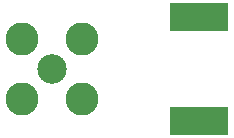
<source format=gbs>
G04 #@! TF.FileFunction,Soldermask,Bot*
%FSLAX46Y46*%
G04 Gerber Fmt 4.6, Leading zero omitted, Abs format (unit mm)*
G04 Created by KiCad (PCBNEW 4.1.0-alpha+201605071002+6776~44~ubuntu14.04.1-product) date Sun 29 May 2016 22:00:10 BST*
%MOMM*%
%LPD*%
G01*
G04 APERTURE LIST*
%ADD10C,0.100000*%
%ADD11C,2.500000*%
%ADD12C,2.800000*%
%ADD13R,5.000000X2.400000*%
G04 APERTURE END LIST*
D10*
D11*
X130000000Y-100000000D03*
D12*
X132540000Y-102540000D03*
X132540000Y-97460000D03*
X127460000Y-102540000D03*
X127460000Y-97460000D03*
D13*
X142450000Y-104375000D03*
X142450000Y-95625000D03*
M02*

</source>
